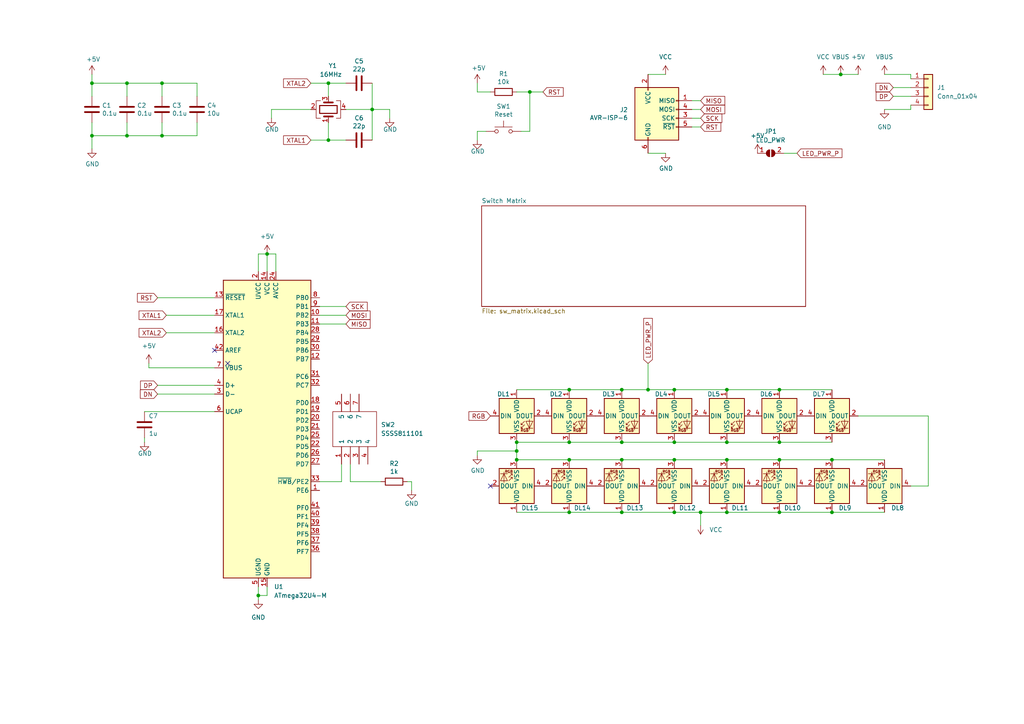
<source format=kicad_sch>
(kicad_sch (version 20211123) (generator eeschema)
  (paper "A4")
  (lib_symbols
    (symbol "Connector_Generic:Conn_01x04" (pin_names (offset 1.016) hide)
      (property "Reference" "J" (at 0 5.08 0))
      (property "Value" "Conn_01x04" (at 0 -7.62 0))
      (symbol "Conn_01x04_1_1"
        (rectangle (start -1.27 -4.953) (end 0 -5.207) (stroke (width 0.1524)))
        (rectangle (start -1.27 -2.413) (end 0 -2.667) (stroke (width 0.1524)))
        (rectangle (start -1.27 0.127) (end 0 -0.127) (stroke (width 0.1524)))
        (rectangle (start -1.27 2.667) (end 0 2.413) (stroke (width 0.1524)))
        (rectangle (start -1.27 3.81) (end 1.27 -6.35) (stroke (width 0.254)) (fill (type background)))
        (pin passive line (at -5.08 2.54 0) (length 3.81) (name "Pin_1") (number "1"))
        (pin passive line (at -5.08 0 0) (length 3.81) (name "Pin_2") (number "2"))
        (pin passive line (at -5.08 -2.54 0) (length 3.81) (name "Pin_3") (number "3"))
        (pin passive line (at -5.08 -5.08 0) (length 3.81) (name "Pin_4") (number "4"))
      )
    )
    (symbol "Jumper:SolderJumper_2_Open" (pin_names (offset 0) hide)
      (property "Reference" "JP" (at 0 2.032 0))
      (property "Value" "SolderJumper_2_Open" (at 0 -2.54 0))
      (symbol "SolderJumper_2_Open_0_1"
        (arc (start -0.254 1.016) (mid -1.27 0) (end -0.254 -1.016))
        (arc (start -0.254 1.016) (mid -1.27 0) (end -0.254 -1.016) (fill (type outline)))
        (polyline (pts (xy -0.254 1.016) (xy -0.254 -1.016)))
        (polyline (pts (xy 0.254 1.016) (xy 0.254 -1.016)))
        (arc (start 0.254 -1.016) (mid 1.27 0) (end 0.254 1.016))
        (arc (start 0.254 -1.016) (mid 1.27 0) (end 0.254 1.016) (fill (type outline)))
      )
      (symbol "SolderJumper_2_Open_1_1"
        (pin passive line (at -3.81 0 0) (length 2.54) (name "A") (number "1"))
        (pin passive line (at 3.81 0 180) (length 2.54) (name "B") (number "2"))
      )
    )
    (symbol "LED:WS2812B" (pin_names (offset 0.254))
      (property "Reference" "D" (at 5.08 5.715 0))
      (property "Value" "WS2812B" (at 1.27 -5.715 0))
      (symbol "WS2812B_0_0"
        (text "RGB" (at 2.286 -4.191 0) (effects (font (size 0.762 0.762))))
      )
      (symbol "WS2812B_0_1"
        (polyline (pts (xy 1.27 -3.556) (xy 1.778 -3.556)))
        (polyline (pts (xy 1.27 -2.54) (xy 1.778 -2.54)))
        (polyline (pts (xy 4.699 -3.556) (xy 2.667 -3.556)))
        (polyline (pts (xy 2.286 -2.54) (xy 1.27 -3.556) (xy 1.27 -3.048)))
        (polyline (pts (xy 2.286 -1.524) (xy 1.27 -2.54) (xy 1.27 -2.032)))
        (polyline (pts (xy 3.683 -1.016) (xy 3.683 -3.556) (xy 3.683 -4.064)))
        (polyline (pts (xy 4.699 -1.524) (xy 2.667 -1.524) (xy 3.683 -3.556) (xy 4.699 -1.524)))
        (rectangle (start 5.08 5.08) (end -5.08 -5.08) (stroke (width 0.254)) (fill (type background)))
      )
      (symbol "WS2812B_1_1"
        (pin power_in line (at 0 7.62 270) (length 2.54) (name "VDD") (number "1"))
        (pin output line (at 7.62 0 180) (length 2.54) (name "DOUT") (number "2"))
        (pin power_in line (at 0 -7.62 90) (length 2.54) (name "VSS") (number "3"))
        (pin input line (at -7.62 0 0) (length 2.54) (name "DIN") (number "4"))
      )
    )
    (symbol "MCU_Microchip_ATmega:ATmega32U4-M"
      (property "Reference" "U" (at -12.7 44.45 0))
      (property "Value" "ATmega32U4-M" (at 2.54 -44.45 0))
      (symbol "ATmega32U4-M_0_1"
        (rectangle (start -12.7 -43.18) (end 12.7 43.18) (stroke (width 0.254)) (fill (type background)))
      )
      (symbol "ATmega32U4-M_1_1"
        (pin bidirectional line (at 15.24 -17.78 180) (length 2.54) (name "PE6") (number "1"))
        (pin bidirectional line (at 15.24 33.02 180) (length 2.54) (name "PB2") (number "10"))
        (pin bidirectional line (at 15.24 30.48 180) (length 2.54) (name "PB3") (number "11"))
        (pin bidirectional line (at 15.24 20.32 180) (length 2.54) (name "PB7") (number "12"))
        (pin input line (at -15.24 38.1 0) (length 2.54) (name "~{RESET}") (number "13"))
        (pin power_in line (at 0 45.72 270) (length 2.54) (name "VCC") (number "14"))
        (pin power_in line (at 0 -45.72 90) (length 2.54) (name "GND") (number "15"))
        (pin output line (at -15.24 27.94 0) (length 2.54) (name "XTAL2") (number "16"))
        (pin input line (at -15.24 33.02 0) (length 2.54) (name "XTAL1") (number "17"))
        (pin bidirectional line (at 15.24 7.62 180) (length 2.54) (name "PD0") (number "18"))
        (pin bidirectional line (at 15.24 5.08 180) (length 2.54) (name "PD1") (number "19"))
        (pin power_in line (at -2.54 45.72 270) (length 2.54) (name "UVCC") (number "2"))
        (pin bidirectional line (at 15.24 2.54 180) (length 2.54) (name "PD2") (number "20"))
        (pin bidirectional line (at 15.24 0 180) (length 2.54) (name "PD3") (number "21"))
        (pin bidirectional line (at 15.24 -5.08 180) (length 2.54) (name "PD5") (number "22"))
        (pin passive line (at 0 -45.72 90) (length 2.54) hide (name "GND") (number "23"))
        (pin power_in line (at 2.54 45.72 270) (length 2.54) (name "AVCC") (number "24"))
        (pin bidirectional line (at 15.24 -2.54 180) (length 2.54) (name "PD4") (number "25"))
        (pin bidirectional line (at 15.24 -7.62 180) (length 2.54) (name "PD6") (number "26"))
        (pin bidirectional line (at 15.24 -10.16 180) (length 2.54) (name "PD7") (number "27"))
        (pin bidirectional line (at 15.24 27.94 180) (length 2.54) (name "PB4") (number "28"))
        (pin bidirectional line (at 15.24 25.4 180) (length 2.54) (name "PB5") (number "29"))
        (pin bidirectional line (at -15.24 10.16 0) (length 2.54) (name "D-") (number "3"))
        (pin bidirectional line (at 15.24 22.86 180) (length 2.54) (name "PB6") (number "30"))
        (pin bidirectional line (at 15.24 15.24 180) (length 2.54) (name "PC6") (number "31"))
        (pin bidirectional line (at 15.24 12.7 180) (length 2.54) (name "PC7") (number "32"))
        (pin bidirectional line (at 15.24 -15.24 180) (length 2.54) (name "~{HWB}/PE2") (number "33"))
        (pin passive line (at 0 45.72 270) (length 2.54) hide (name "VCC") (number "34"))
        (pin passive line (at 0 -45.72 90) (length 2.54) hide (name "GND") (number "35"))
        (pin bidirectional line (at 15.24 -35.56 180) (length 2.54) (name "PF7") (number "36"))
        (pin bidirectional line (at 15.24 -33.02 180) (length 2.54) (name "PF6") (number "37"))
        (pin bidirectional line (at 15.24 -30.48 180) (length 2.54) (name "PF5") (number "38"))
        (pin bidirectional line (at 15.24 -27.94 180) (length 2.54) (name "PF4") (number "39"))
        (pin bidirectional line (at -15.24 12.7 0) (length 2.54) (name "D+") (number "4"))
        (pin bidirectional line (at 15.24 -25.4 180) (length 2.54) (name "PF1") (number "40"))
        (pin bidirectional line (at 15.24 -22.86 180) (length 2.54) (name "PF0") (number "41"))
        (pin passive line (at -15.24 22.86 0) (length 2.54) (name "AREF") (number "42"))
        (pin passive line (at 0 -45.72 90) (length 2.54) hide (name "GND") (number "43"))
        (pin passive line (at 2.54 45.72 270) (length 2.54) hide (name "AVCC") (number "44"))
        (pin passive line (at 0 -45.72 90) (length 2.54) hide (name "GND") (number "45"))
        (pin passive line (at -2.54 -45.72 90) (length 2.54) (name "UGND") (number "5"))
        (pin passive line (at -15.24 5.08 0) (length 2.54) (name "UCAP") (number "6"))
        (pin input line (at -15.24 17.78 0) (length 2.54) (name "VBUS") (number "7"))
        (pin bidirectional line (at 15.24 38.1 180) (length 2.54) (name "PB0") (number "8"))
        (pin bidirectional line (at 15.24 35.56 180) (length 2.54) (name "PB1") (number "9"))
      )
    )
    (symbol "SSSS811101:SSSS811101" (pin_names (offset 0.762))
      (property "Reference" "S" (at 16.51 7.62 0))
      (property "Value" "SSSS811101" (at 16.51 5.08 0))
      (symbol "SSSS811101_0_0"
        (pin passive line (at 0 0 0) (length 5.08) (name "1") (number "1"))
        (pin passive line (at 0 -2.54 0) (length 5.08) (name "2") (number "2"))
        (pin passive line (at 0 -5.08 0) (length 5.08) (name "3") (number "3"))
        (pin passive line (at 0 -7.62 0) (length 5.08) (name "4") (number "4"))
        (pin passive line (at 20.32 0 180) (length 5.08) (name "5") (number "5"))
        (pin passive line (at 20.32 -2.54 180) (length 5.08) (name "6") (number "6"))
        (pin passive line (at 20.32 -5.08 180) (length 5.08) (name "7") (number "7"))
      )
      (symbol "SSSS811101_0_1"
        (polyline (pts (xy 5.08 2.54) (xy 15.24 2.54) (xy 15.24 -10.16) (xy 5.08 -10.16) (xy 5.08 2.54)) (stroke (width 0.1524)))
      )
    )
    (symbol "Switch:SW_Push" (pin_numbers hide) (pin_names (offset 1.016) hide)
      (property "Reference" "SW" (at 1.27 2.54 0))
      (property "Value" "SW_Push" (at 0 -1.524 0))
      (symbol "SW_Push_0_1"
        (circle (center -2.032 0) (radius 0.508))
        (polyline (pts (xy 0 1.27) (xy 0 3.048)))
        (polyline (pts (xy 2.54 1.27) (xy -2.54 1.27)))
        (circle (center 2.032 0) (radius 0.508))
        (pin passive line (at -5.08 0 0) (length 2.54) (name "1") (number "1"))
        (pin passive line (at 5.08 0 180) (length 2.54) (name "2") (number "2"))
      )
    )
    (symbol "bakeneko-60-pcb-rescue:+5V-power" (power) (pin_names (offset 0))
      (property "Value" "+5V-power" (at 0 3.556 0))
      (symbol "+5V-power_0_1"
        (polyline (pts (xy -0.762 1.27) (xy 0 2.54)))
        (polyline (pts (xy 0 0) (xy 0 2.54)))
        (polyline (pts (xy 0 2.54) (xy 0.762 1.27)))
      )
      (symbol "+5V-power_1_1"
        (pin power_in line (at 0 0 90) (length 0) hide (name "+5V") (number "1"))
      )
    )
    (symbol "bakeneko-60-pcb-rescue:AVR-ISP-6-Connector" (pin_names (offset 1.016))
      (property "Reference" "J" (at 0 10.16 0))
      (property "Value" "AVR-ISP-6-Connector" (at 0 -7.62 0))
      (symbol "AVR-ISP-6-Connector_0_1"
        (rectangle (start -2.667 -5.588) (end -2.413 -6.35))
        (rectangle (start -2.667 8.89) (end -2.413 8.128))
        (rectangle (start 6.35 -2.413) (end 5.588 -2.667))
        (rectangle (start 6.35 0.127) (end 5.588 -0.127))
        (rectangle (start 6.35 2.667) (end 5.588 2.413))
        (rectangle (start 6.35 5.207) (end 5.588 4.953))
        (rectangle (start 6.35 8.89) (end -6.35 -6.35) (stroke (width 0.254)) (fill (type background)))
      )
      (symbol "AVR-ISP-6-Connector_1_1"
        (pin passive line (at 10.16 5.08 180) (length 3.81) (name "MISO") (number "1"))
        (pin power_in line (at -2.54 12.7 270) (length 3.81) (name "VCC") (number "2"))
        (pin passive line (at 10.16 0 180) (length 3.81) (name "SCK") (number "3"))
        (pin passive line (at 10.16 2.54 180) (length 3.81) (name "MOSI") (number "4"))
        (pin passive line (at 10.16 -2.54 180) (length 3.81) (name "~{RST}") (number "5"))
        (pin power_in line (at -2.54 -10.16 90) (length 3.81) (name "GND") (number "6"))
      )
    )
    (symbol "bakeneko-60-pcb-rescue:C-Device" (pin_numbers hide) (pin_names (offset 0.254))
      (property "Reference" "C" (at 0.635 2.54 0))
      (property "Value" "C-Device" (at 0.635 -2.54 0))
      (symbol "C-Device_0_1"
        (polyline (pts (xy -2.032 -0.762) (xy 2.032 -0.762)) (stroke (width 0.508)))
        (polyline (pts (xy -2.032 0.762) (xy 2.032 0.762)) (stroke (width 0.508)))
      )
      (symbol "C-Device_1_1"
        (pin passive line (at 0 3.81 270) (length 2.794) (name "~") (number "1"))
        (pin passive line (at 0 -3.81 90) (length 2.794) (name "~") (number "2"))
      )
    )
    (symbol "bakeneko-60-pcb-rescue:Crystal_GND24-Device" (pin_names (offset 1.016) hide)
      (property "Reference" "Y" (at 3.175 5.08 0))
      (property "Value" "Crystal_GND24-Device" (at 3.175 3.175 0))
      (symbol "Crystal_GND24-Device_0_1"
        (rectangle (start -1.143 2.54) (end 1.143 -2.54) (stroke (width 0.3048)))
        (polyline (pts (xy -2.54 0) (xy -2.032 0)))
        (polyline (pts (xy -2.032 -1.27) (xy -2.032 1.27)) (stroke (width 0.508)))
        (polyline (pts (xy 0 -3.81) (xy 0 -3.556)))
        (polyline (pts (xy 0 3.556) (xy 0 3.81)))
        (polyline (pts (xy 2.032 -1.27) (xy 2.032 1.27)) (stroke (width 0.508)))
        (polyline (pts (xy 2.032 0) (xy 2.54 0)))
        (polyline (pts (xy -2.54 -2.286) (xy -2.54 -3.556) (xy 2.54 -3.556) (xy 2.54 -2.286)))
        (polyline (pts (xy -2.54 2.286) (xy -2.54 3.556) (xy 2.54 3.556) (xy 2.54 2.286)))
      )
      (symbol "Crystal_GND24-Device_1_1"
        (pin passive line (at -3.81 0 0) (length 1.27) (name "1") (number "1"))
        (pin passive line (at 0 5.08 270) (length 1.27) (name "2") (number "2"))
        (pin passive line (at 3.81 0 180) (length 1.27) (name "3") (number "3"))
        (pin passive line (at 0 -5.08 90) (length 1.27) (name "4") (number "4"))
      )
    )
    (symbol "bakeneko-60-pcb-rescue:GND-power" (power) (pin_names (offset 0))
      (property "Value" "GND-power" (at 0 -3.81 0))
      (symbol "GND-power_0_1"
        (polyline (pts (xy 0 0) (xy 0 -1.27) (xy 1.27 -1.27) (xy 0 -2.54) (xy -1.27 -1.27) (xy 0 -1.27)))
      )
      (symbol "GND-power_1_1"
        (pin power_in line (at 0 0 270) (length 0) hide (name "GND") (number "1"))
      )
    )
    (symbol "bakeneko-60-pcb-rescue:R-Device" (pin_numbers hide) (pin_names (offset 0))
      (property "Reference" "R" (at 2.032 0 90))
      (property "Value" "R-Device" (at 0 0 90))
      (symbol "R-Device_0_1"
        (rectangle (start -1.016 -2.54) (end 1.016 2.54) (stroke (width 0.254)))
      )
      (symbol "R-Device_1_1"
        (pin passive line (at 0 3.81 270) (length 1.27) (name "~") (number "1"))
        (pin passive line (at 0 -3.81 90) (length 1.27) (name "~") (number "2"))
      )
    )
    (symbol "power:+5V" (power) (pin_names (offset 0))
      (property "Value" "+5V" (at 0 3.556 0))
      (symbol "+5V_0_1"
        (polyline (pts (xy -0.762 1.27) (xy 0 2.54)))
        (polyline (pts (xy 0 0) (xy 0 2.54)))
        (polyline (pts (xy 0 2.54) (xy 0.762 1.27)))
      )
      (symbol "+5V_1_1"
        (pin power_in line (at 0 0 90) (length 0) hide (name "+5V") (number "1"))
      )
    )
    (symbol "power:GND" (power) (pin_names (offset 0))
      (property "Value" "GND" (at 0 -3.81 0))
      (symbol "GND_0_1"
        (polyline (pts (xy 0 0) (xy 0 -1.27) (xy 1.27 -1.27) (xy 0 -2.54) (xy -1.27 -1.27) (xy 0 -1.27)))
      )
      (symbol "GND_1_1"
        (pin power_in line (at 0 0 270) (length 0) hide (name "GND") (number "1"))
      )
    )
    (symbol "power:VBUS" (power) (pin_names (offset 0))
      (property "Value" "VBUS" (at 0 3.81 0))
      (symbol "VBUS_0_1"
        (polyline (pts (xy -0.762 1.27) (xy 0 2.54)))
        (polyline (pts (xy 0 0) (xy 0 2.54)))
        (polyline (pts (xy 0 2.54) (xy 0.762 1.27)))
      )
      (symbol "VBUS_1_1"
        (pin power_in line (at 0 0 90) (length 0) hide (name "VBUS") (number "1"))
      )
    )
    (symbol "power:VCC" (power) (pin_names (offset 0))
      (property "Value" "VCC" (at 0 3.81 0))
      (symbol "VCC_0_1"
        (polyline (pts (xy -0.762 1.27) (xy 0 2.54)))
        (polyline (pts (xy 0 0) (xy 0 2.54)))
        (polyline (pts (xy 0 2.54) (xy 0.762 1.27)))
      )
      (symbol "VCC_1_1"
        (pin power_in line (at 0 0 90) (length 0) hide (name "VCC") (number "1"))
      )
    )
  )
  (junction (at 180.34 113.03))
  (junction (at 210.82 148.59))
  (junction (at 180.34 128.27))
  (junction (at 165.1 128.27))
  (junction (at 107.95 31.75))
  (junction (at 26.67 24.13))
  (junction (at 95.25 24.13))
  (junction (at 241.3 148.59))
  (junction (at 195.58 133.35))
  (junction (at 210.82 128.27))
  (junction (at 210.82 113.03))
  (junction (at 165.1 113.03))
  (junction (at 74.93 172.72))
  (junction (at 149.86 130.81))
  (junction (at 241.3 133.35))
  (junction (at 195.58 148.59))
  (junction (at 226.06 113.03))
  (junction (at 180.34 133.35))
  (junction (at 149.86 128.27))
  (junction (at 95.25 40.64))
  (junction (at 165.1 133.35))
  (junction (at 195.58 128.27))
  (junction (at 187.96 113.03))
  (junction (at 203.2 148.59))
  (junction (at 149.86 133.35))
  (junction (at 226.06 148.59))
  (junction (at 180.34 148.59))
  (junction (at 36.83 24.13))
  (junction (at 153.67 26.67))
  (junction (at 243.84 21.59))
  (junction (at 165.1 148.59))
  (junction (at 195.58 113.03))
  (junction (at 210.82 133.35))
  (junction (at 46.99 24.13))
  (junction (at 226.06 133.35))
  (junction (at 46.99 39.37))
  (junction (at 26.67 39.37))
  (junction (at 36.83 39.37))
  (junction (at 226.06 128.27))
  (junction (at 77.47 73.66))
  (no_connect (at 62.23 101.6))
  (no_connect (at 66.04 105.41))
  (no_connect (at 142.24 140.97))
  (wire (pts (xy 256.54 21.59) (xy 264.16 21.59)))
  (wire (pts (xy 57.15 24.13) (xy 46.99 24.13)))
  (wire (pts (xy 138.43 24.13) (xy 138.43 26.67)))
  (wire (pts (xy 203.2 31.75) (xy 200.66 31.75)))
  (wire (pts (xy 41.91 119.38) (xy 62.23 119.38)))
  (wire (pts (xy 238.76 21.59) (xy 243.84 21.59)))
  (wire (pts (xy 153.67 26.67) (xy 153.67 38.1)))
  (wire (pts (xy 210.82 128.27) (xy 226.06 128.27)))
  (wire (pts (xy 41.91 127) (xy 41.91 128.27)))
  (wire (pts (xy 195.58 128.27) (xy 210.82 128.27)))
  (wire (pts (xy 226.06 148.59) (xy 241.3 148.59)))
  (wire (pts (xy 74.93 172.72) (xy 77.47 172.72)))
  (wire (pts (xy 46.99 39.37) (xy 57.15 39.37)))
  (wire (pts (xy 45.72 114.3) (xy 62.23 114.3)))
  (wire (pts (xy 210.82 133.35) (xy 226.06 133.35)))
  (wire (pts (xy 95.25 24.13) (xy 100.33 24.13)))
  (wire (pts (xy 74.93 73.66) (xy 77.47 73.66)))
  (wire (pts (xy 180.34 133.35) (xy 195.58 133.35)))
  (wire (pts (xy 165.1 133.35) (xy 180.34 133.35)))
  (wire (pts (xy 269.24 140.97) (xy 269.24 120.65)))
  (wire (pts (xy 36.83 35.56) (xy 36.83 39.37)))
  (wire (pts (xy 74.93 170.18) (xy 74.93 172.72)))
  (wire (pts (xy 226.06 128.27) (xy 241.3 128.27)))
  (wire (pts (xy 149.86 148.59) (xy 165.1 148.59)))
  (wire (pts (xy 48.26 91.44) (xy 62.23 91.44)))
  (wire (pts (xy 149.86 128.27) (xy 149.86 130.81)))
  (wire (pts (xy 77.47 73.66) (xy 77.47 78.74)))
  (wire (pts (xy 43.18 105.41) (xy 43.18 106.68)))
  (wire (pts (xy 256.54 31.75) (xy 264.16 31.75)))
  (wire (pts (xy 248.92 120.65) (xy 269.24 120.65)))
  (wire (pts (xy 26.67 24.13) (xy 36.83 24.13)))
  (wire (pts (xy 149.86 133.35) (xy 165.1 133.35)))
  (wire (pts (xy 95.25 27.94) (xy 95.25 24.13)))
  (wire (pts (xy 100.33 31.75) (xy 107.95 31.75)))
  (wire (pts (xy 74.93 172.72) (xy 74.93 173.99)))
  (wire (pts (xy 149.86 26.67) (xy 153.67 26.67)))
  (wire (pts (xy 57.15 27.94) (xy 57.15 24.13)))
  (wire (pts (xy 193.04 21.59) (xy 187.96 21.59)))
  (wire (pts (xy 78.74 31.75) (xy 90.17 31.75)))
  (wire (pts (xy 226.06 113.03) (xy 241.3 113.03)))
  (wire (pts (xy 153.67 38.1) (xy 151.13 38.1)))
  (wire (pts (xy 195.58 133.35) (xy 210.82 133.35)))
  (wire (pts (xy 92.71 88.9) (xy 100.33 88.9)))
  (wire (pts (xy 62.23 106.68) (xy 43.18 106.68)))
  (wire (pts (xy 187.96 105.41) (xy 187.96 113.03)))
  (wire (pts (xy 95.25 40.64) (xy 100.33 40.64)))
  (wire (pts (xy 187.96 113.03) (xy 195.58 113.03)))
  (wire (pts (xy 180.34 128.27) (xy 195.58 128.27)))
  (wire (pts (xy 241.3 133.35) (xy 256.54 133.35)))
  (wire (pts (xy 149.86 130.81) (xy 138.43 130.81)))
  (wire (pts (xy 101.6 139.7) (xy 110.49 139.7)))
  (wire (pts (xy 149.86 128.27) (xy 165.1 128.27)))
  (wire (pts (xy 259.08 25.4) (xy 264.16 25.4)))
  (wire (pts (xy 180.34 148.59) (xy 195.58 148.59)))
  (wire (pts (xy 36.83 27.94) (xy 36.83 24.13)))
  (wire (pts (xy 77.47 170.18) (xy 77.47 172.72)))
  (wire (pts (xy 203.2 36.83) (xy 200.66 36.83)))
  (wire (pts (xy 107.95 24.13) (xy 107.95 31.75)))
  (wire (pts (xy 153.67 26.67) (xy 157.48 26.67)))
  (wire (pts (xy 259.08 27.94) (xy 264.16 27.94)))
  (wire (pts (xy 78.74 31.75) (xy 78.74 34.29)))
  (wire (pts (xy 226.06 133.35) (xy 241.3 133.35)))
  (wire (pts (xy 46.99 27.94) (xy 46.99 24.13)))
  (wire (pts (xy 92.71 91.44) (xy 100.33 91.44)))
  (wire (pts (xy 101.6 134.62) (xy 101.6 139.7)))
  (wire (pts (xy 45.72 86.36) (xy 62.23 86.36)))
  (wire (pts (xy 165.1 113.03) (xy 180.34 113.03)))
  (wire (pts (xy 92.71 139.7) (xy 99.06 139.7)))
  (wire (pts (xy 241.3 148.59) (xy 256.54 148.59)))
  (wire (pts (xy 187.96 44.45) (xy 193.04 44.45)))
  (wire (pts (xy 95.25 35.56) (xy 95.25 40.64)))
  (wire (pts (xy 90.17 40.64) (xy 95.25 40.64)))
  (wire (pts (xy 74.93 78.74) (xy 74.93 73.66)))
  (wire (pts (xy 26.67 39.37) (xy 26.67 43.18)))
  (wire (pts (xy 26.67 39.37) (xy 36.83 39.37)))
  (wire (pts (xy 195.58 148.59) (xy 203.2 148.59)))
  (wire (pts (xy 200.66 29.21) (xy 203.2 29.21)))
  (wire (pts (xy 113.03 31.75) (xy 113.03 34.29)))
  (wire (pts (xy 92.71 93.98) (xy 100.33 93.98)))
  (wire (pts (xy 180.34 113.03) (xy 187.96 113.03)))
  (wire (pts (xy 195.58 113.03) (xy 210.82 113.03)))
  (wire (pts (xy 99.06 139.7) (xy 99.06 134.62)))
  (wire (pts (xy 210.82 113.03) (xy 226.06 113.03)))
  (wire (pts (xy 119.38 139.7) (xy 118.11 139.7)))
  (wire (pts (xy 203.2 148.59) (xy 210.82 148.59)))
  (wire (pts (xy 36.83 39.37) (xy 46.99 39.37)))
  (wire (pts (xy 107.95 31.75) (xy 113.03 31.75)))
  (wire (pts (xy 165.1 128.27) (xy 180.34 128.27)))
  (wire (pts (xy 227.33 44.45) (xy 231.14 44.45)))
  (wire (pts (xy 200.66 34.29) (xy 203.2 34.29)))
  (wire (pts (xy 26.67 24.13) (xy 26.67 27.94)))
  (wire (pts (xy 107.95 31.75) (xy 107.95 40.64)))
  (wire (pts (xy 264.16 21.59) (xy 264.16 22.86)))
  (wire (pts (xy 210.82 148.59) (xy 226.06 148.59)))
  (wire (pts (xy 77.47 73.66) (xy 80.01 73.66)))
  (wire (pts (xy 149.86 113.03) (xy 165.1 113.03)))
  (wire (pts (xy 138.43 38.1) (xy 140.97 38.1)))
  (wire (pts (xy 90.17 24.13) (xy 95.25 24.13)))
  (wire (pts (xy 26.67 35.56) (xy 26.67 39.37)))
  (wire (pts (xy 119.38 142.24) (xy 119.38 139.7)))
  (wire (pts (xy 45.72 111.76) (xy 62.23 111.76)))
  (wire (pts (xy 48.26 96.52) (xy 62.23 96.52)))
  (wire (pts (xy 80.01 78.74) (xy 80.01 73.66)))
  (wire (pts (xy 36.83 24.13) (xy 46.99 24.13)))
  (wire (pts (xy 243.84 21.59) (xy 248.92 21.59)))
  (wire (pts (xy 149.86 130.81) (xy 149.86 133.35)))
  (wire (pts (xy 264.16 30.48) (xy 264.16 31.75)))
  (wire (pts (xy 138.43 40.64) (xy 138.43 38.1)))
  (wire (pts (xy 138.43 132.08) (xy 138.43 130.81)))
  (wire (pts (xy 165.1 148.59) (xy 180.34 148.59)))
  (wire (pts (xy 138.43 26.67) (xy 142.24 26.67)))
  (wire (pts (xy 264.16 140.97) (xy 269.24 140.97)))
  (wire (pts (xy 203.2 148.59) (xy 203.2 152.4)))
  (wire (pts (xy 57.15 39.37) (xy 57.15 35.56)))
  (wire (pts (xy 26.67 21.59) (xy 26.67 24.13)))
  (wire (pts (xy 46.99 35.56) (xy 46.99 39.37)))
  (global_label "SCK" (shape input) (at 100.33 88.9 0) (property "Intersheet References" "${INTERSHEET_REFS}" (effects hide)))
  (global_label "RGB" (shape input) (at 142.24 120.65 180) (property "Intersheet References" "${INTERSHEET_REFS}" (effects hide)))
  (global_label "RST" (shape input) (at 157.48 26.67 0) (property "Intersheet References" "${INTERSHEET_REFS}" (effects hide)))
  (global_label "XTAL2" (shape input) (at 48.26 96.52 180) (property "Intersheet References" "${INTERSHEET_REFS}" (effects hide)))
  (global_label "LED_PWR_P" (shape input) (at 187.96 105.41 90) (property "Intersheet References" "${INTERSHEET_REFS}" (effects hide)))
  (global_label "DN" (shape input) (at 259.08 25.4 180) (property "Intersheet References" "${INTERSHEET_REFS}" (effects hide)))
  (global_label "MOSI" (shape input) (at 100.33 91.44 0) (property "Intersheet References" "${INTERSHEET_REFS}" (effects hide)))
  (global_label "DP" (shape input) (at 259.08 27.94 180) (property "Intersheet References" "${INTERSHEET_REFS}" (effects hide)))
  (global_label "LED_PWR_P" (shape input) (at 231.14 44.45 0) (property "Intersheet References" "${INTERSHEET_REFS}" (effects hide)))
  (global_label "MISO" (shape input) (at 100.33 93.98 0) (property "Intersheet References" "${INTERSHEET_REFS}" (effects hide)))
  (global_label "DN" (shape input) (at 45.72 114.3 180) (property "Intersheet References" "${INTERSHEET_REFS}" (effects hide)))
  (global_label "RST" (shape input) (at 45.72 86.36 180) (property "Intersheet References" "${INTERSHEET_REFS}" (effects hide)))
  (global_label "XTAL1" (shape input) (at 90.17 40.64 180) (property "Intersheet References" "${INTERSHEET_REFS}" (effects hide)))
  (global_label "DP" (shape input) (at 45.72 111.76 180) (property "Intersheet References" "${INTERSHEET_REFS}" (effects hide)))
  (global_label "MOSI" (shape input) (at 203.2 31.75 0) (property "Intersheet References" "${INTERSHEET_REFS}" (effects hide)))
  (global_label "XTAL2" (shape input) (at 90.17 24.13 180) (property "Intersheet References" "${INTERSHEET_REFS}" (effects hide)))
  (global_label "RST" (shape input) (at 203.2 36.83 0) (property "Intersheet References" "${INTERSHEET_REFS}" (effects hide)))
  (global_label "MISO" (shape input) (at 203.2 29.21 0) (property "Intersheet References" "${INTERSHEET_REFS}" (effects hide)))
  (global_label "XTAL1" (shape input) (at 48.26 91.44 180) (property "Intersheet References" "${INTERSHEET_REFS}" (effects hide)))
  (global_label "SCK" (shape input) (at 203.2 34.29 0) (property "Intersheet References" "${INTERSHEET_REFS}" (effects hide)))
  (symbol (lib_id "bakeneko-60-pcb-rescue:GND-power") (at 193.04 44.45 0) (unit 1)
    (property "Reference" "#PWR0115" (effects hide))
    (property "Value" "GND" (at 193.167 48.8442 0))
  )
  (symbol (lib_id "bakeneko-60-pcb-rescue:Crystal_GND24-Device") (at 95.25 31.75 90) (unit 1)
    (property "Reference" "Y1" (at 95.25 19.05 90) (effects (justify right)))
    (property "Value" "16MHz" (at 92.71 21.59 90) (effects (justify right)))
    (property "Footprint" "Crystal:Crystal_SMD_3225-4Pin_3.2x2.5mm" (effects hide))
    (property "LCSC Part #" "C13738" (effects hide))
  )
  (symbol (lib_id "bakeneko-60-pcb-rescue:C-Device") (at 57.15 31.75 0) (unit 1)
    (property "Reference" "C4" (at 60.071 30.5816 0) (effects (justify left)))
    (property "Value" "10u" (at 60.071 32.893 0) (effects (justify left)))
    (property "Footprint" "Capacitor_SMD:C_0805_2012Metric" (effects hide))
    (property "LCSC Part #" "C15850" (effects hide))
  )
  (symbol (lib_id "bakeneko-60-pcb-rescue:R-Device") (at 146.05 26.67 270) (unit 1)
    (property "Reference" "R1" (at 146.05 21.4122 90))
    (property "Value" "10k" (at 146.05 23.7236 90))
    (property "Footprint" "Resistor_SMD:R_0805_2012Metric" (effects hide))
    (property "LCSC Part #" "C17414" (effects hide))
  )
  (symbol (lib_id "LED:WS2812B") (at 195.58 140.97 180) (unit 1)
    (property "Reference" "DL12" (at 199.39 147.32 0))
    (property "Value" "WS2812B" (effects hide))
    (property "Footprint" "LED_SMD:LED_WS2812B_PLCC4_5.0x5.0mm_P3.2mm" (effects hide))
    (property "Datasheet" "https://cdn-shop.adafruit.com/datasheets/WS2812B.pdf" (effects hide))
    (property "LCSC Part #" "C2874885" (effects hide))
  )
  (symbol (lib_id "bakeneko-60-pcb-rescue:C-Device") (at 104.14 24.13 270) (unit 1)
    (property "Reference" "C5" (at 104.14 17.7292 90))
    (property "Value" "22p" (at 104.14 20.0406 90))
    (property "Footprint" "Capacitor_SMD:C_0805_2012Metric" (effects hide))
    (property "LCSC Part #" "C1804" (effects hide))
  )
  (symbol (lib_id "bakeneko-60-pcb-rescue:C-Device") (at 36.83 31.75 0) (unit 1)
    (property "Reference" "C2" (at 39.751 30.5816 0) (effects (justify left)))
    (property "Value" "0.1u" (at 39.751 32.893 0) (effects (justify left)))
    (property "Footprint" "Capacitor_SMD:C_0805_2012Metric" (effects hide))
    (property "LCSC Part #" "C49678" (effects hide))
  )
  (symbol (lib_id "Jumper:SolderJumper_2_Open") (at 223.52 44.45 0) (unit 1)
    (property "Reference" "JP1" (at 223.52 38.1 0))
    (property "Value" "LED_PWR" (at 223.52 40.64 0))
    (property "Footprint" "Jumper:SolderJumper-2_P1.3mm_Open_RoundedPad1.0x1.5mm" (effects hide))
  )
  (symbol (lib_id "power:+5V") (at 248.92 21.59 0) (unit 1)
    (property "Reference" "#PWR0113" (effects hide))
    (property "Value" "+5V" (at 248.92 16.51 0))
  )
  (symbol (lib_id "bakeneko-60-pcb-rescue:GND-power") (at 138.43 40.64 0) (unit 1)
    (property "Reference" "#PWR0118" (effects hide))
    (property "Value" "GND" (at 138.557 43.8912 0))
  )
  (symbol (lib_id "bakeneko-60-pcb-rescue:C-Device") (at 46.99 31.75 0) (unit 1)
    (property "Reference" "C3" (at 49.911 30.5816 0) (effects (justify left)))
    (property "Value" "0.1u" (at 49.911 32.893 0) (effects (justify left)))
    (property "Footprint" "Capacitor_SMD:C_0805_2012Metric" (effects hide))
    (property "LCSC Part #" "C49678" (effects hide))
  )
  (symbol (lib_id "bakeneko-60-pcb-rescue:C-Device") (at 26.67 31.75 0) (unit 1)
    (property "Reference" "C1" (at 29.591 30.5816 0) (effects (justify left)))
    (property "Value" "0.1u" (at 29.591 32.893 0) (effects (justify left)))
    (property "Footprint" "Capacitor_SMD:C_0805_2012Metric" (effects hide))
    (property "LCSC Part #" "C49678" (effects hide))
  )
  (symbol (lib_id "bakeneko-60-pcb-rescue:C-Device") (at 41.91 123.19 0) (unit 1)
    (property "Reference" "C7" (at 44.45 120.65 0))
    (property "Value" "1u" (at 44.45 125.73 0))
    (property "Footprint" "Capacitor_SMD:C_0805_2012Metric" (effects hide))
    (property "LCSC Part #" "C28323" (effects hide))
  )
  (symbol (lib_id "bakeneko-60-pcb-rescue:+5V-power") (at 26.67 21.59 0) (unit 1)
    (property "Reference" "#PWR0101" (effects hide))
    (property "Value" "+5V" (at 27.051 17.1958 0))
  )
  (symbol (lib_id "bakeneko-60-pcb-rescue:AVR-ISP-6-Connector") (at 190.5 34.29 0) (unit 1)
    (property "Reference" "J2" (at 182.1434 31.8516 0) (effects (justify right)))
    (property "Value" "AVR-ISP-6" (at 182.1434 34.163 0) (effects (justify right)))
    (property "Footprint" "Connector_PinHeader_1.27mm:PinHeader_2x03_P1.27mm_Vertical" (effects hide))
    (property "Datasheet" " ~" (effects hide))
  )
  (symbol (lib_id "bakeneko-60-pcb-rescue:GND-power") (at 119.38 142.24 0) (unit 1)
    (property "Reference" "#PWR0109" (effects hide))
    (property "Value" "GND" (at 119.38 146.05 0))
  )
  (symbol (lib_id "LED:WS2812B") (at 226.06 120.65 0) (unit 1)
    (property "Reference" "DL6" (at 222.25 114.3 0))
    (property "Value" "WS2812B" (effects hide))
    (property "Footprint" "LED_SMD:LED_WS2812B_PLCC4_5.0x5.0mm_P3.2mm" (effects hide))
    (property "Datasheet" "https://cdn-shop.adafruit.com/datasheets/WS2812B.pdf" (effects hide))
    (property "LCSC Part #" "C2874885" (effects hide))
  )
  (symbol (lib_id "LED:WS2812B") (at 180.34 140.97 180) (unit 1)
    (property "Reference" "DL13" (at 184.15 147.32 0))
    (property "Value" "WS2812B" (effects hide))
    (property "Footprint" "LED_SMD:LED_WS2812B_PLCC4_5.0x5.0mm_P3.2mm" (effects hide))
    (property "Datasheet" "https://cdn-shop.adafruit.com/datasheets/WS2812B.pdf" (effects hide))
    (property "LCSC Part #" "C2874885" (effects hide))
  )
  (symbol (lib_id "LED:WS2812B") (at 149.86 140.97 180) (unit 1)
    (property "Reference" "DL15" (at 153.67 147.32 0))
    (property "Value" "WS2812B" (effects hide))
    (property "Footprint" "LED_SMD:LED_WS2812B_PLCC4_5.0x5.0mm_P3.2mm" (effects hide))
    (property "Datasheet" "https://cdn-shop.adafruit.com/datasheets/WS2812B.pdf" (effects hide))
    (property "LCSC Part #" "C2874885" (effects hide))
  )
  (symbol (lib_id "power:VCC") (at 203.2 152.4 180) (unit 1)
    (property "Reference" "#PWR0121" (effects hide))
    (property "Value" "VCC" (at 205.74 153.6699 0) (effects (justify right)))
  )
  (symbol (lib_id "LED:WS2812B") (at 241.3 120.65 0) (unit 1)
    (property "Reference" "DL7" (at 237.49 114.3 0))
    (property "Value" "WS2812B" (effects hide))
    (property "Footprint" "LED_SMD:LED_WS2812B_PLCC4_5.0x5.0mm_P3.2mm" (effects hide))
    (property "Datasheet" "https://cdn-shop.adafruit.com/datasheets/WS2812B.pdf" (effects hide))
    (property "LCSC Part #" "C2874885" (effects hide))
  )
  (symbol (lib_id "LED:WS2812B") (at 210.82 140.97 180) (unit 1)
    (property "Reference" "DL11" (at 214.63 147.32 0))
    (property "Value" "WS2812B" (effects hide))
    (property "Footprint" "LED_SMD:LED_WS2812B_PLCC4_5.0x5.0mm_P3.2mm" (effects hide))
    (property "Datasheet" "https://cdn-shop.adafruit.com/datasheets/WS2812B.pdf" (effects hide))
    (property "LCSC Part #" "C2874885" (effects hide))
  )
  (symbol (lib_id "bakeneko-60-pcb-rescue:+5V-power") (at 138.43 24.13 0) (unit 1)
    (property "Reference" "#PWR0117" (effects hide))
    (property "Value" "+5V" (at 138.811 19.7358 0))
  )
  (symbol (lib_id "bakeneko-60-pcb-rescue:GND-power") (at 113.03 34.29 0) (unit 1)
    (property "Reference" "#PWR0106" (effects hide))
    (property "Value" "GND" (at 113.157 37.5412 0))
  )
  (symbol (lib_id "LED:WS2812B") (at 165.1 120.65 0) (unit 1)
    (property "Reference" "DL2" (at 161.29 114.3 0))
    (property "Value" "WS2812B" (effects hide))
    (property "Footprint" "LED_SMD:LED_WS2812B_PLCC4_5.0x5.0mm_P3.2mm" (effects hide))
    (property "Datasheet" "https://cdn-shop.adafruit.com/datasheets/WS2812B.pdf" (effects hide))
    (property "LCSC Part #" "C2874885" (effects hide))
  )
  (symbol (lib_id "MCU_Microchip_ATmega:ATmega32U4-M") (at 77.47 124.46 0) (unit 1)
    (property "Reference" "U1" (at 79.4894 170.18 0) (effects (justify left)))
    (property "Value" "ATmega32U4-M" (at 79.4894 172.72 0) (effects (justify left)))
    (property "Footprint" "Package_DFN_QFN:QFN-44-1EP_7x7mm_P0.5mm_EP5.2x5.2mm" (effects hide))
    (property "Datasheet" "http://ww1.microchip.com/downloads/en/DeviceDoc/Atmel-7766-8-bit-AVR-ATmega16U4-32U4_Datasheet.pdf" (effects hide))
    (property "LCSC Part #" "C112161" (effects hide))
  )
  (symbol (lib_id "LED:WS2812B") (at 165.1 140.97 180) (unit 1)
    (property "Reference" "DL14" (at 168.91 147.32 0))
    (property "Value" "WS2812B" (effects hide))
    (property "Footprint" "LED_SMD:LED_WS2812B_PLCC4_5.0x5.0mm_P3.2mm" (effects hide))
    (property "Datasheet" "https://cdn-shop.adafruit.com/datasheets/WS2812B.pdf" (effects hide))
    (property "LCSC Part #" "C2874885" (effects hide))
  )
  (symbol (lib_id "bakeneko-60-pcb-rescue:C-Device") (at 104.14 40.64 270) (unit 1)
    (property "Reference" "C6" (at 104.14 34.2392 90))
    (property "Value" "22p" (at 104.14 36.5506 90))
    (property "Footprint" "Capacitor_SMD:C_0805_2012Metric" (effects hide))
    (property "LCSC Part #" "C1804" (effects hide))
  )
  (symbol (lib_id "bakeneko-60-pcb-rescue:R-Device") (at 114.3 139.7 270) (unit 1)
    (property "Reference" "R2" (at 114.3 134.4422 90))
    (property "Value" "1k" (at 114.3 136.7536 90))
    (property "Footprint" "Resistor_SMD:R_0805_2012Metric" (effects hide))
    (property "LCSC Part #" "C17414" (effects hide))
  )
  (symbol (lib_id "power:VBUS") (at 256.54 21.59 0) (unit 1)
    (property "Reference" "#PWR0114" (effects hide))
    (property "Value" "VBUS" (at 256.54 16.51 0))
  )
  (symbol (lib_id "Connector_Generic:Conn_01x04") (at 269.24 25.4 0) (unit 1)
    (property "Reference" "J1" (at 271.78 25.3999 0) (effects (justify left)))
    (property "Value" "Conn_01x04" (at 271.78 27.9399 0) (effects (justify left)))
    (property "Footprint" "random-keyboard-parts:JST-SR-4" (effects hide))
    (property "LCSC Part #" "C160404" (effects hide))
  )
  (symbol (lib_id "bakeneko-60-pcb-rescue:GND-power") (at 138.43 132.08 0) (unit 1)
    (property "Reference" "#PWR0120" (effects hide))
    (property "Value" "GND" (at 138.557 136.4742 0))
  )
  (symbol (lib_id "power:VBUS") (at 243.84 21.59 0) (unit 1)
    (property "Reference" "#PWR0112" (effects hide))
    (property "Value" "VBUS" (at 243.84 16.51 0))
  )
  (symbol (lib_id "LED:WS2812B") (at 256.54 140.97 180) (unit 1)
    (property "Reference" "DL8" (at 260.35 147.32 0))
    (property "Value" "WS2812B" (effects hide))
    (property "Footprint" "LED_SMD:LED_WS2812B_PLCC4_5.0x5.0mm_P3.2mm" (effects hide))
    (property "Datasheet" "https://cdn-shop.adafruit.com/datasheets/WS2812B.pdf" (effects hide))
    (property "LCSC Part #" "C2874885" (effects hide))
  )
  (symbol (lib_id "LED:WS2812B") (at 195.58 120.65 0) (unit 1)
    (property "Reference" "DL4" (at 191.77 114.3 0))
    (property "Value" "WS2812B" (effects hide))
    (property "Footprint" "LED_SMD:LED_WS2812B_PLCC4_5.0x5.0mm_P3.2mm" (effects hide))
    (property "Datasheet" "https://cdn-shop.adafruit.com/datasheets/WS2812B.pdf" (effects hide))
    (property "LCSC Part #" "C2874885" (effects hide))
  )
  (symbol (lib_id "LED:WS2812B") (at 149.86 120.65 0) (unit 1)
    (property "Reference" "DL1" (at 146.05 114.3 0))
    (property "Value" "WS2812B" (effects hide))
    (property "Footprint" "LED_SMD:LED_WS2812B_PLCC4_5.0x5.0mm_P3.2mm" (effects hide))
    (property "Datasheet" "https://cdn-shop.adafruit.com/datasheets/WS2812B.pdf" (effects hide))
    (property "LCSC Part #" "C2874885" (effects hide))
  )
  (symbol (lib_id "power:+5V") (at 77.47 73.66 0) (unit 1)
    (property "Reference" "#PWR0107" (effects hide))
    (property "Value" "+5V" (at 77.47 68.58 0))
  )
  (symbol (lib_id "LED:WS2812B") (at 226.06 140.97 180) (unit 1)
    (property "Reference" "DL10" (at 229.87 147.32 0))
    (property "Value" "WS2812B" (effects hide))
    (property "Footprint" "LED_SMD:LED_WS2812B_PLCC4_5.0x5.0mm_P3.2mm" (effects hide))
    (property "Datasheet" "https://cdn-shop.adafruit.com/datasheets/WS2812B.pdf" (effects hide))
    (property "LCSC Part #" "C2874885" (effects hide))
  )
  (symbol (lib_id "power:VCC") (at 193.04 21.59 0) (unit 1)
    (property "Reference" "#PWR0116" (effects hide))
    (property "Value" "VCC" (at 193.04 16.51 0))
  )
  (symbol (lib_id "bakeneko-60-pcb-rescue:GND-power") (at 26.67 43.18 0) (unit 1)
    (property "Reference" "#PWR0103" (effects hide))
    (property "Value" "GND" (at 26.797 47.5742 0))
  )
  (symbol (lib_id "LED:WS2812B") (at 180.34 120.65 0) (unit 1)
    (property "Reference" "DL3" (at 176.53 114.3 0))
    (property "Value" "WS2812B" (effects hide))
    (property "Footprint" "LED_SMD:LED_WS2812B_PLCC4_5.0x5.0mm_P3.2mm" (effects hide))
    (property "Datasheet" "https://cdn-shop.adafruit.com/datasheets/WS2812B.pdf" (effects hide))
    (property "LCSC Part #" "C2874885" (effects hide))
  )
  (symbol (lib_id "LED:WS2812B") (at 241.3 140.97 180) (unit 1)
    (property "Reference" "DL9" (at 245.11 147.32 0))
    (property "Value" "WS2812B" (effects hide))
    (property "Footprint" "LED_SMD:LED_WS2812B_PLCC4_5.0x5.0mm_P3.2mm" (effects hide))
    (property "Datasheet" "https://cdn-shop.adafruit.com/datasheets/WS2812B.pdf" (effects hide))
    (property "LCSC Part #" "C2874885" (effects hide))
  )
  (symbol (lib_id "power:VCC") (at 238.76 21.59 0) (unit 1)
    (property "Reference" "#PWR0111" (effects hide))
    (property "Value" "VCC" (at 238.76 16.51 0))
  )
  (symbol (lib_id "power:GND") (at 256.54 31.75 0) (unit 1)
    (property "Reference" "#PWR0102" (effects hide))
    (property "Value" "GND" (at 256.54 36.83 0))
  )
  (symbol (lib_id "Switch:SW_Push") (at 146.05 38.1 0) (unit 1)
    (property "Reference" "SW1" (at 146.05 30.861 0))
    (property "Value" "Reset" (at 146.05 33.1724 0))
    (property "Footprint" "Button_Switch_SMD:SW_SPST_TL3342" (effects hide))
    (property "LCSC Part #" "C318884" (effects hide))
  )
  (symbol (lib_id "power:+5V") (at 219.71 44.45 0) (unit 1)
    (property "Reference" "#PWR0119" (effects hide))
    (property "Value" "+5V" (at 219.71 39.37 0))
  )
  (symbol (lib_id "bakeneko-60-pcb-rescue:GND-power") (at 41.91 128.27 0) (unit 1)
    (property "Reference" "#PWR0110" (effects hide))
    (property "Value" "GND" (at 42.037 131.5212 0))
  )
  (symbol (lib_id "bakeneko-60-pcb-rescue:GND-power") (at 78.74 34.29 0) (unit 1)
    (property "Reference" "#PWR0105" (effects hide))
    (property "Value" "GND" (at 78.867 37.5412 0))
  )
  (symbol (lib_id "LED:WS2812B") (at 210.82 120.65 0) (unit 1)
    (property "Reference" "DL5" (at 207.01 114.3 0))
    (property "Value" "WS2812B" (effects hide))
    (property "Footprint" "LED_SMD:LED_WS2812B_PLCC4_5.0x5.0mm_P3.2mm" (effects hide))
    (property "Datasheet" "https://cdn-shop.adafruit.com/datasheets/WS2812B.pdf" (effects hide))
    (property "LCSC Part #" "C2874885" (effects hide))
  )
  (symbol (lib_id "power:+5V") (at 43.18 105.41 0) (unit 1)
    (property "Reference" "#PWR0104" (effects hide))
    (property "Value" "+5V" (at 43.18 100.33 0))
  )
  (symbol (lib_id "SSSS811101:SSSS811101") (at 99.06 134.62 90) (unit 1)
    (property "Reference" "SW2" (at 110.49 123.1899 90) (effects (justify right)))
    (property "Value" "SSSS811101" (at 110.49 125.7299 90) (effects (justify right)))
    (property "Footprint" "SSSS811101:SSSS811101" (effects hide))
    (property "Datasheet" "https://datasheet.lcsc.com/lcsc/1808041445_ALPSALPINE-SSSS811101_C109335.pdf" (effects hide))
    (property "Description" "Slide Switches SPDT HORZ GRND 1.5mm" (effects hide))
    (property "Height" "1.6" (effects hide))
    (property "Manufacturer_Name" "ALPS Electric" (effects hide))
    (property "Manufacturer_Part_Number" "SSSS811101" (effects hide))
    (property "Mouser Part Number" "688-SSSS811101" (effects hide))
    (property "Arrow Part Number" "SSSS811101" (effects hide))
    (property "LCSC Part #" "C109335" (effects hide))
  )
  (symbol (lib_id "power:GND") (at 74.93 173.99 0) (unit 1)
    (property "Reference" "#PWR0108" (effects hide))
    (property "Value" "GND" (at 74.93 179.07 0))
  )
  (sheet (at 139.7 59.69) (size 93.98 29.21) (stroke (width 0.1524))
    (property "Sheet name" "Switch Matrix" (at 139.7 58.9784 0) (effects (justify left bottom)))
    (property "Sheet file" "sw_matrix.kicad_sch" (at 139.7 89.4846 0) (effects (justify left top)))
  )
)
</source>
